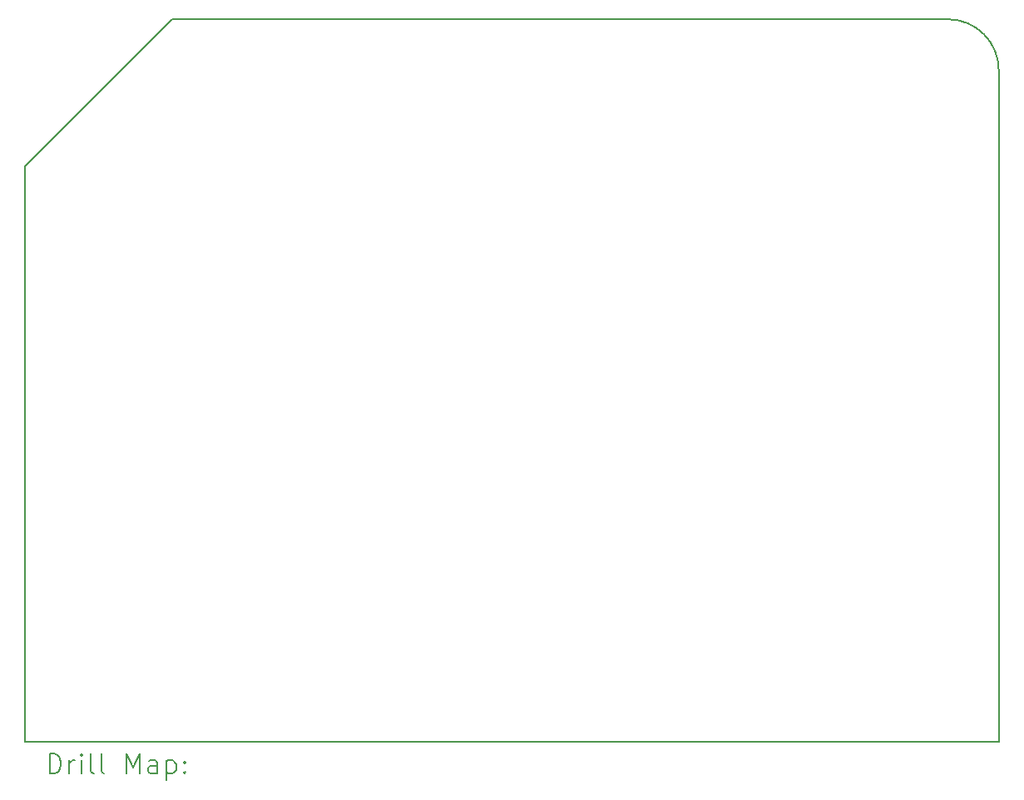
<source format=gbr>
%FSLAX45Y45*%
G04 Gerber Fmt 4.5, Leading zero omitted, Abs format (unit mm)*
G04 Created by KiCad (PCBNEW 6.0.2+dfsg-1) date 2024-02-05 13:25:48*
%MOMM*%
%LPD*%
G01*
G04 APERTURE LIST*
%TA.AperFunction,Profile*%
%ADD10C,0.150000*%
%TD*%
%ADD11C,0.200000*%
G04 APERTURE END LIST*
D10*
X15389860Y-9477421D02*
X15389860Y-15336520D01*
X15389860Y-15336520D02*
X25300000Y-15336520D01*
X25299840Y-8494281D02*
G75*
G03*
X24781840Y-7976281I-518000J0D01*
G01*
X24781840Y-7976281D02*
X16891000Y-7976281D01*
X16891000Y-7976281D02*
X15389860Y-9477421D01*
X25299840Y-8494281D02*
X25300000Y-15336520D01*
D11*
X15639979Y-15654496D02*
X15639979Y-15454496D01*
X15687598Y-15454496D01*
X15716169Y-15464020D01*
X15735217Y-15483068D01*
X15744741Y-15502115D01*
X15754265Y-15540210D01*
X15754265Y-15568782D01*
X15744741Y-15606877D01*
X15735217Y-15625925D01*
X15716169Y-15644972D01*
X15687598Y-15654496D01*
X15639979Y-15654496D01*
X15839979Y-15654496D02*
X15839979Y-15521163D01*
X15839979Y-15559258D02*
X15849503Y-15540210D01*
X15859027Y-15530687D01*
X15878074Y-15521163D01*
X15897122Y-15521163D01*
X15963788Y-15654496D02*
X15963788Y-15521163D01*
X15963788Y-15454496D02*
X15954265Y-15464020D01*
X15963788Y-15473544D01*
X15973312Y-15464020D01*
X15963788Y-15454496D01*
X15963788Y-15473544D01*
X16087598Y-15654496D02*
X16068550Y-15644972D01*
X16059027Y-15625925D01*
X16059027Y-15454496D01*
X16192360Y-15654496D02*
X16173312Y-15644972D01*
X16163788Y-15625925D01*
X16163788Y-15454496D01*
X16420931Y-15654496D02*
X16420931Y-15454496D01*
X16487598Y-15597353D01*
X16554265Y-15454496D01*
X16554265Y-15654496D01*
X16735217Y-15654496D02*
X16735217Y-15549734D01*
X16725693Y-15530687D01*
X16706646Y-15521163D01*
X16668550Y-15521163D01*
X16649503Y-15530687D01*
X16735217Y-15644972D02*
X16716169Y-15654496D01*
X16668550Y-15654496D01*
X16649503Y-15644972D01*
X16639979Y-15625925D01*
X16639979Y-15606877D01*
X16649503Y-15587829D01*
X16668550Y-15578306D01*
X16716169Y-15578306D01*
X16735217Y-15568782D01*
X16830455Y-15521163D02*
X16830455Y-15721163D01*
X16830455Y-15530687D02*
X16849503Y-15521163D01*
X16887598Y-15521163D01*
X16906646Y-15530687D01*
X16916170Y-15540210D01*
X16925693Y-15559258D01*
X16925693Y-15616401D01*
X16916170Y-15635448D01*
X16906646Y-15644972D01*
X16887598Y-15654496D01*
X16849503Y-15654496D01*
X16830455Y-15644972D01*
X17011408Y-15635448D02*
X17020931Y-15644972D01*
X17011408Y-15654496D01*
X17001884Y-15644972D01*
X17011408Y-15635448D01*
X17011408Y-15654496D01*
X17011408Y-15530687D02*
X17020931Y-15540210D01*
X17011408Y-15549734D01*
X17001884Y-15540210D01*
X17011408Y-15530687D01*
X17011408Y-15549734D01*
M02*

</source>
